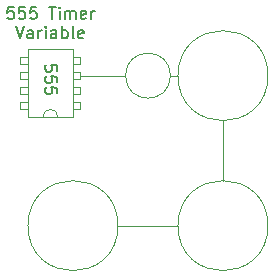
<source format=gbr>
%TF.GenerationSoftware,KiCad,Pcbnew,(5.1.9)-1*%
%TF.CreationDate,2021-03-03T01:40:00+00:00*%
%TF.ProjectId,555 Front Panel,35353520-4672-46f6-9e74-2050616e656c,rev?*%
%TF.SameCoordinates,Original*%
%TF.FileFunction,Legend,Top*%
%TF.FilePolarity,Positive*%
%FSLAX46Y46*%
G04 Gerber Fmt 4.6, Leading zero omitted, Abs format (unit mm)*
G04 Created by KiCad (PCBNEW (5.1.9)-1) date 2021-03-03 01:40:00*
%MOMM*%
%LPD*%
G01*
G04 APERTURE LIST*
%ADD10C,0.120000*%
%ADD11C,0.150000*%
G04 APERTURE END LIST*
D10*
X87630000Y-71120000D02*
X92710000Y-71120000D01*
X96520000Y-67310000D02*
X96520000Y-62230000D01*
X92075000Y-58420000D02*
X92710000Y-58420000D01*
X88265000Y-58420000D02*
X84455000Y-58420000D01*
X79375000Y-61277500D02*
X80010000Y-61277500D01*
X79375000Y-60642500D02*
X79375000Y-61277500D01*
X80010000Y-60642500D02*
X79375000Y-60642500D01*
X80010000Y-60007500D02*
X80010000Y-60642500D01*
X79375000Y-60007500D02*
X80010000Y-60007500D01*
X79375000Y-59372500D02*
X79375000Y-60007500D01*
X80010000Y-59372500D02*
X79375000Y-59372500D01*
X80010000Y-58737500D02*
X80010000Y-59372500D01*
X79375000Y-58737500D02*
X80010000Y-58737500D01*
X79375000Y-58102500D02*
X79375000Y-58737500D01*
X80010000Y-58102500D02*
X79375000Y-58102500D01*
X80010000Y-57467500D02*
X80010000Y-58102500D01*
X79375000Y-57467500D02*
X80010000Y-57467500D01*
X79375000Y-56832500D02*
X79375000Y-57467500D01*
X80010000Y-56832500D02*
X79375000Y-56832500D01*
X84455000Y-61277500D02*
X83820000Y-61277500D01*
X84455000Y-60642500D02*
X84455000Y-61277500D01*
X83820000Y-60642500D02*
X84455000Y-60642500D01*
X83820000Y-60007500D02*
X83820000Y-60642500D01*
X84455000Y-60007500D02*
X83820000Y-60007500D01*
X84455000Y-59372500D02*
X84455000Y-60007500D01*
X83820000Y-59372500D02*
X84455000Y-59372500D01*
X83820000Y-58737500D02*
X83820000Y-59372500D01*
X84455000Y-58737500D02*
X83820000Y-58737500D01*
X84455000Y-58102500D02*
X84455000Y-58737500D01*
X83820000Y-58102500D02*
X84455000Y-58102500D01*
X83820000Y-57467500D02*
X83820000Y-58102500D01*
X84455000Y-57467500D02*
X83820000Y-57467500D01*
X84455000Y-56832500D02*
X84455000Y-57467500D01*
X83820000Y-56832500D02*
X84455000Y-56832500D01*
X92075000Y-58420000D02*
G75*
G03*
X92075000Y-58420000I-1905000J0D01*
G01*
X100330000Y-58420000D02*
G75*
G03*
X100330000Y-58420000I-3810000J0D01*
G01*
X100330000Y-71120000D02*
G75*
G03*
X100330000Y-71120000I-3810000J0D01*
G01*
X87630000Y-71120000D02*
G75*
G03*
X87630000Y-71120000I-3810000J0D01*
G01*
D11*
X82462619Y-58023214D02*
X82462619Y-57547023D01*
X81986428Y-57499404D01*
X82034047Y-57547023D01*
X82081666Y-57642261D01*
X82081666Y-57880357D01*
X82034047Y-57975595D01*
X81986428Y-58023214D01*
X81891190Y-58070833D01*
X81653095Y-58070833D01*
X81557857Y-58023214D01*
X81510238Y-57975595D01*
X81462619Y-57880357D01*
X81462619Y-57642261D01*
X81510238Y-57547023D01*
X81557857Y-57499404D01*
X82462619Y-58975595D02*
X82462619Y-58499404D01*
X81986428Y-58451785D01*
X82034047Y-58499404D01*
X82081666Y-58594642D01*
X82081666Y-58832738D01*
X82034047Y-58927976D01*
X81986428Y-58975595D01*
X81891190Y-59023214D01*
X81653095Y-59023214D01*
X81557857Y-58975595D01*
X81510238Y-58927976D01*
X81462619Y-58832738D01*
X81462619Y-58594642D01*
X81510238Y-58499404D01*
X81557857Y-58451785D01*
X82462619Y-59927976D02*
X82462619Y-59451785D01*
X81986428Y-59404166D01*
X82034047Y-59451785D01*
X82081666Y-59547023D01*
X82081666Y-59785119D01*
X82034047Y-59880357D01*
X81986428Y-59927976D01*
X81891190Y-59975595D01*
X81653095Y-59975595D01*
X81557857Y-59927976D01*
X81510238Y-59880357D01*
X81462619Y-59785119D01*
X81462619Y-59547023D01*
X81510238Y-59451785D01*
X81557857Y-59404166D01*
D10*
X81280000Y-61912500D02*
G75*
G02*
X82550000Y-61912500I635000J0D01*
G01*
X83820000Y-61912500D02*
X80010000Y-61912500D01*
X83820000Y-56197500D02*
X83820000Y-61912500D01*
X80010000Y-56197500D02*
X83820000Y-56197500D01*
X80010000Y-61912500D02*
X80010000Y-56197500D01*
D11*
X78795952Y-52602380D02*
X78319761Y-52602380D01*
X78272142Y-53078571D01*
X78319761Y-53030952D01*
X78415000Y-52983333D01*
X78653095Y-52983333D01*
X78748333Y-53030952D01*
X78795952Y-53078571D01*
X78843571Y-53173809D01*
X78843571Y-53411904D01*
X78795952Y-53507142D01*
X78748333Y-53554761D01*
X78653095Y-53602380D01*
X78415000Y-53602380D01*
X78319761Y-53554761D01*
X78272142Y-53507142D01*
X79748333Y-52602380D02*
X79272142Y-52602380D01*
X79224523Y-53078571D01*
X79272142Y-53030952D01*
X79367380Y-52983333D01*
X79605476Y-52983333D01*
X79700714Y-53030952D01*
X79748333Y-53078571D01*
X79795952Y-53173809D01*
X79795952Y-53411904D01*
X79748333Y-53507142D01*
X79700714Y-53554761D01*
X79605476Y-53602380D01*
X79367380Y-53602380D01*
X79272142Y-53554761D01*
X79224523Y-53507142D01*
X80700714Y-52602380D02*
X80224523Y-52602380D01*
X80176904Y-53078571D01*
X80224523Y-53030952D01*
X80319761Y-52983333D01*
X80557857Y-52983333D01*
X80653095Y-53030952D01*
X80700714Y-53078571D01*
X80748333Y-53173809D01*
X80748333Y-53411904D01*
X80700714Y-53507142D01*
X80653095Y-53554761D01*
X80557857Y-53602380D01*
X80319761Y-53602380D01*
X80224523Y-53554761D01*
X80176904Y-53507142D01*
X81795952Y-52602380D02*
X82367380Y-52602380D01*
X82081666Y-53602380D02*
X82081666Y-52602380D01*
X82700714Y-53602380D02*
X82700714Y-52935714D01*
X82700714Y-52602380D02*
X82653095Y-52650000D01*
X82700714Y-52697619D01*
X82748333Y-52650000D01*
X82700714Y-52602380D01*
X82700714Y-52697619D01*
X83176904Y-53602380D02*
X83176904Y-52935714D01*
X83176904Y-53030952D02*
X83224523Y-52983333D01*
X83319761Y-52935714D01*
X83462619Y-52935714D01*
X83557857Y-52983333D01*
X83605476Y-53078571D01*
X83605476Y-53602380D01*
X83605476Y-53078571D02*
X83653095Y-52983333D01*
X83748333Y-52935714D01*
X83891190Y-52935714D01*
X83986428Y-52983333D01*
X84034047Y-53078571D01*
X84034047Y-53602380D01*
X84891190Y-53554761D02*
X84795952Y-53602380D01*
X84605476Y-53602380D01*
X84510238Y-53554761D01*
X84462619Y-53459523D01*
X84462619Y-53078571D01*
X84510238Y-52983333D01*
X84605476Y-52935714D01*
X84795952Y-52935714D01*
X84891190Y-52983333D01*
X84938809Y-53078571D01*
X84938809Y-53173809D01*
X84462619Y-53269047D01*
X85367380Y-53602380D02*
X85367380Y-52935714D01*
X85367380Y-53126190D02*
X85415000Y-53030952D01*
X85462619Y-52983333D01*
X85557857Y-52935714D01*
X85653095Y-52935714D01*
X78986428Y-54252380D02*
X79319761Y-55252380D01*
X79653095Y-54252380D01*
X80415000Y-55252380D02*
X80415000Y-54728571D01*
X80367380Y-54633333D01*
X80272142Y-54585714D01*
X80081666Y-54585714D01*
X79986428Y-54633333D01*
X80415000Y-55204761D02*
X80319761Y-55252380D01*
X80081666Y-55252380D01*
X79986428Y-55204761D01*
X79938809Y-55109523D01*
X79938809Y-55014285D01*
X79986428Y-54919047D01*
X80081666Y-54871428D01*
X80319761Y-54871428D01*
X80415000Y-54823809D01*
X80891190Y-55252380D02*
X80891190Y-54585714D01*
X80891190Y-54776190D02*
X80938809Y-54680952D01*
X80986428Y-54633333D01*
X81081666Y-54585714D01*
X81176904Y-54585714D01*
X81510238Y-55252380D02*
X81510238Y-54585714D01*
X81510238Y-54252380D02*
X81462619Y-54300000D01*
X81510238Y-54347619D01*
X81557857Y-54300000D01*
X81510238Y-54252380D01*
X81510238Y-54347619D01*
X82415000Y-55252380D02*
X82415000Y-54728571D01*
X82367380Y-54633333D01*
X82272142Y-54585714D01*
X82081666Y-54585714D01*
X81986428Y-54633333D01*
X82415000Y-55204761D02*
X82319761Y-55252380D01*
X82081666Y-55252380D01*
X81986428Y-55204761D01*
X81938809Y-55109523D01*
X81938809Y-55014285D01*
X81986428Y-54919047D01*
X82081666Y-54871428D01*
X82319761Y-54871428D01*
X82415000Y-54823809D01*
X82891190Y-55252380D02*
X82891190Y-54252380D01*
X82891190Y-54633333D02*
X82986428Y-54585714D01*
X83176904Y-54585714D01*
X83272142Y-54633333D01*
X83319761Y-54680952D01*
X83367380Y-54776190D01*
X83367380Y-55061904D01*
X83319761Y-55157142D01*
X83272142Y-55204761D01*
X83176904Y-55252380D01*
X82986428Y-55252380D01*
X82891190Y-55204761D01*
X83938809Y-55252380D02*
X83843571Y-55204761D01*
X83795952Y-55109523D01*
X83795952Y-54252380D01*
X84700714Y-55204761D02*
X84605476Y-55252380D01*
X84415000Y-55252380D01*
X84319761Y-55204761D01*
X84272142Y-55109523D01*
X84272142Y-54728571D01*
X84319761Y-54633333D01*
X84415000Y-54585714D01*
X84605476Y-54585714D01*
X84700714Y-54633333D01*
X84748333Y-54728571D01*
X84748333Y-54823809D01*
X84272142Y-54919047D01*
M02*

</source>
